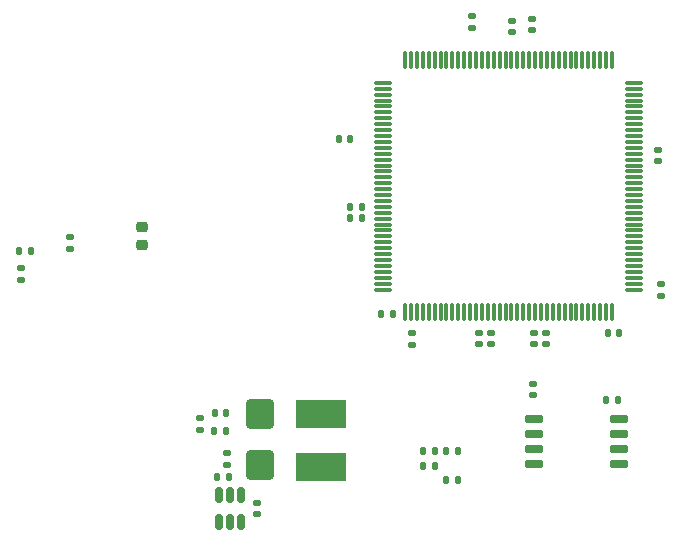
<source format=gbr>
%TF.GenerationSoftware,KiCad,Pcbnew,7.0.0*%
%TF.CreationDate,2023-03-27T16:14:08-06:00*%
%TF.ProjectId,FPGA_2,46504741-5f32-42e6-9b69-6361645f7063,rev?*%
%TF.SameCoordinates,Original*%
%TF.FileFunction,Paste,Bot*%
%TF.FilePolarity,Positive*%
%FSLAX46Y46*%
G04 Gerber Fmt 4.6, Leading zero omitted, Abs format (unit mm)*
G04 Created by KiCad (PCBNEW 7.0.0) date 2023-03-27 16:14:08*
%MOMM*%
%LPD*%
G01*
G04 APERTURE LIST*
G04 Aperture macros list*
%AMRoundRect*
0 Rectangle with rounded corners*
0 $1 Rounding radius*
0 $2 $3 $4 $5 $6 $7 $8 $9 X,Y pos of 4 corners*
0 Add a 4 corners polygon primitive as box body*
4,1,4,$2,$3,$4,$5,$6,$7,$8,$9,$2,$3,0*
0 Add four circle primitives for the rounded corners*
1,1,$1+$1,$2,$3*
1,1,$1+$1,$4,$5*
1,1,$1+$1,$6,$7*
1,1,$1+$1,$8,$9*
0 Add four rect primitives between the rounded corners*
20,1,$1+$1,$2,$3,$4,$5,0*
20,1,$1+$1,$4,$5,$6,$7,0*
20,1,$1+$1,$6,$7,$8,$9,0*
20,1,$1+$1,$8,$9,$2,$3,0*%
G04 Aperture macros list end*
%ADD10RoundRect,0.140000X0.140000X0.170000X-0.140000X0.170000X-0.140000X-0.170000X0.140000X-0.170000X0*%
%ADD11RoundRect,0.135000X0.135000X0.185000X-0.135000X0.185000X-0.135000X-0.185000X0.135000X-0.185000X0*%
%ADD12RoundRect,0.150000X0.150000X-0.512500X0.150000X0.512500X-0.150000X0.512500X-0.150000X-0.512500X0*%
%ADD13RoundRect,0.140000X-0.170000X0.140000X-0.170000X-0.140000X0.170000X-0.140000X0.170000X0.140000X0*%
%ADD14RoundRect,0.135000X-0.135000X-0.185000X0.135000X-0.185000X0.135000X0.185000X-0.135000X0.185000X0*%
%ADD15RoundRect,0.135000X0.185000X-0.135000X0.185000X0.135000X-0.185000X0.135000X-0.185000X-0.135000X0*%
%ADD16RoundRect,0.140000X-0.140000X-0.170000X0.140000X-0.170000X0.140000X0.170000X-0.140000X0.170000X0*%
%ADD17RoundRect,0.250000X0.900000X-1.000000X0.900000X1.000000X-0.900000X1.000000X-0.900000X-1.000000X0*%
%ADD18RoundRect,0.140000X0.170000X-0.140000X0.170000X0.140000X-0.170000X0.140000X-0.170000X-0.140000X0*%
%ADD19R,4.200000X2.400000*%
%ADD20RoundRect,0.225000X-0.250000X0.225000X-0.250000X-0.225000X0.250000X-0.225000X0.250000X0.225000X0*%
%ADD21RoundRect,0.075000X0.075000X-0.662500X0.075000X0.662500X-0.075000X0.662500X-0.075000X-0.662500X0*%
%ADD22RoundRect,0.075000X0.662500X-0.075000X0.662500X0.075000X-0.662500X0.075000X-0.662500X-0.075000X0*%
%ADD23RoundRect,0.150000X0.650000X0.150000X-0.650000X0.150000X-0.650000X-0.150000X0.650000X-0.150000X0*%
G04 APERTURE END LIST*
D10*
%TO.C,C111*%
X105655552Y-131950000D03*
X104695552Y-131950000D03*
%TD*%
%TO.C,C106*%
X83855552Y-121350000D03*
X82895552Y-121350000D03*
%TD*%
D11*
%TO.C,R111*%
X91985552Y-144450000D03*
X90965552Y-144450000D03*
%TD*%
D12*
%TO.C,U103*%
X73625552Y-148003572D03*
X72675552Y-148003572D03*
X71725552Y-148003572D03*
X71725552Y-145728572D03*
X72675552Y-145728572D03*
X73625552Y-145728572D03*
%TD*%
D13*
%TO.C,C109*%
X59175552Y-123870000D03*
X59175552Y-124830000D03*
%TD*%
D10*
%TO.C,C117*%
X72355552Y-138750000D03*
X71395552Y-138750000D03*
%TD*%
D14*
%TO.C,R108*%
X90965552Y-141950000D03*
X91985552Y-141950000D03*
%TD*%
D13*
%TO.C,C110*%
X109175552Y-127870000D03*
X109175552Y-128830000D03*
%TD*%
D14*
%TO.C,R109*%
X89065552Y-141950000D03*
X90085552Y-141950000D03*
%TD*%
D15*
%TO.C,R104*%
X88075552Y-132960000D03*
X88075552Y-131940000D03*
%TD*%
D16*
%TO.C,C107*%
X82895552Y-122250000D03*
X83855552Y-122250000D03*
%TD*%
D11*
%TO.C,R105*%
X105585552Y-137650000D03*
X104565552Y-137650000D03*
%TD*%
D14*
%TO.C,R101*%
X54865552Y-125050000D03*
X55885552Y-125050000D03*
%TD*%
D13*
%TO.C,C116*%
X98375552Y-136270000D03*
X98375552Y-137230000D03*
%TD*%
D15*
%TO.C,R102*%
X54975552Y-127460000D03*
X54975552Y-126440000D03*
%TD*%
D17*
%TO.C,D101*%
X75275552Y-143116072D03*
X75275552Y-138816072D03*
%TD*%
D11*
%TO.C,R110*%
X90085552Y-143250000D03*
X89065552Y-143250000D03*
%TD*%
D18*
%TO.C,C118*%
X72475552Y-143130000D03*
X72475552Y-142170000D03*
%TD*%
%TO.C,C102*%
X96575552Y-106530000D03*
X96575552Y-105570000D03*
%TD*%
D13*
%TO.C,C115*%
X94775552Y-131970000D03*
X94775552Y-132930000D03*
%TD*%
D19*
%TO.C,L101*%
X80375551Y-143299999D03*
X80375551Y-138799999D03*
%TD*%
D20*
%TO.C,C108*%
X65275552Y-122975000D03*
X65275552Y-124525000D03*
%TD*%
D10*
%TO.C,C104*%
X82855552Y-115550000D03*
X81895552Y-115550000D03*
%TD*%
D15*
%TO.C,R107*%
X70175552Y-140160000D03*
X70175552Y-139140000D03*
%TD*%
D18*
%TO.C,C105*%
X108975552Y-117430000D03*
X108975552Y-116470000D03*
%TD*%
D14*
%TO.C,R112*%
X71565552Y-144150000D03*
X72585552Y-144150000D03*
%TD*%
D13*
%TO.C,C103*%
X93175552Y-105170000D03*
X93175552Y-106130000D03*
%TD*%
D18*
%TO.C,C112*%
X98475552Y-132930000D03*
X98475552Y-131970000D03*
%TD*%
%TO.C,C101*%
X98275552Y-106330000D03*
X98275552Y-105370000D03*
%TD*%
D11*
%TO.C,R106*%
X72385552Y-140250000D03*
X71365552Y-140250000D03*
%TD*%
%TO.C,R103*%
X86485552Y-130350000D03*
X85465552Y-130350000D03*
%TD*%
D13*
%TO.C,C113*%
X99475552Y-131970000D03*
X99475552Y-132930000D03*
%TD*%
D21*
%TO.C,U101*%
X105025552Y-130212500D03*
X104525552Y-130212500D03*
X104025552Y-130212500D03*
X103525552Y-130212500D03*
X103025552Y-130212500D03*
X102525552Y-130212500D03*
X102025552Y-130212500D03*
X101525552Y-130212500D03*
X101025552Y-130212500D03*
X100525552Y-130212500D03*
X100025552Y-130212500D03*
X99525552Y-130212500D03*
X99025552Y-130212500D03*
X98525552Y-130212500D03*
X98025552Y-130212500D03*
X97525552Y-130212500D03*
X97025552Y-130212500D03*
X96525552Y-130212500D03*
X96025552Y-130212500D03*
X95525552Y-130212500D03*
X95025552Y-130212500D03*
X94525552Y-130212500D03*
X94025552Y-130212500D03*
X93525552Y-130212500D03*
X93025552Y-130212500D03*
X92525552Y-130212500D03*
X92025552Y-130212500D03*
X91525552Y-130212500D03*
X91025552Y-130212500D03*
X90525552Y-130212500D03*
X90025552Y-130212500D03*
X89525552Y-130212500D03*
X89025552Y-130212500D03*
X88525552Y-130212500D03*
X88025552Y-130212500D03*
X87525552Y-130212500D03*
D22*
X85613052Y-128300000D03*
X85613052Y-127800000D03*
X85613052Y-127300000D03*
X85613052Y-126800000D03*
X85613052Y-126300000D03*
X85613052Y-125800000D03*
X85613052Y-125300000D03*
X85613052Y-124800000D03*
X85613052Y-124300000D03*
X85613052Y-123800000D03*
X85613052Y-123300000D03*
X85613052Y-122800000D03*
X85613052Y-122300000D03*
X85613052Y-121800000D03*
X85613052Y-121300000D03*
X85613052Y-120800000D03*
X85613052Y-120300000D03*
X85613052Y-119800000D03*
X85613052Y-119300000D03*
X85613052Y-118800000D03*
X85613052Y-118300000D03*
X85613052Y-117800000D03*
X85613052Y-117300000D03*
X85613052Y-116800000D03*
X85613052Y-116300000D03*
X85613052Y-115800000D03*
X85613052Y-115300000D03*
X85613052Y-114800000D03*
X85613052Y-114300000D03*
X85613052Y-113800000D03*
X85613052Y-113300000D03*
X85613052Y-112800000D03*
X85613052Y-112300000D03*
X85613052Y-111800000D03*
X85613052Y-111300000D03*
X85613052Y-110800000D03*
D21*
X87525552Y-108887500D03*
X88025552Y-108887500D03*
X88525552Y-108887500D03*
X89025552Y-108887500D03*
X89525552Y-108887500D03*
X90025552Y-108887500D03*
X90525552Y-108887500D03*
X91025552Y-108887500D03*
X91525552Y-108887500D03*
X92025552Y-108887500D03*
X92525552Y-108887500D03*
X93025552Y-108887500D03*
X93525552Y-108887500D03*
X94025552Y-108887500D03*
X94525552Y-108887500D03*
X95025552Y-108887500D03*
X95525552Y-108887500D03*
X96025552Y-108887500D03*
X96525552Y-108887500D03*
X97025552Y-108887500D03*
X97525552Y-108887500D03*
X98025552Y-108887500D03*
X98525552Y-108887500D03*
X99025552Y-108887500D03*
X99525552Y-108887500D03*
X100025552Y-108887500D03*
X100525552Y-108887500D03*
X101025552Y-108887500D03*
X101525552Y-108887500D03*
X102025552Y-108887500D03*
X102525552Y-108887500D03*
X103025552Y-108887500D03*
X103525552Y-108887500D03*
X104025552Y-108887500D03*
X104525552Y-108887500D03*
X105025552Y-108887500D03*
D22*
X106938052Y-110800000D03*
X106938052Y-111300000D03*
X106938052Y-111800000D03*
X106938052Y-112300000D03*
X106938052Y-112800000D03*
X106938052Y-113300000D03*
X106938052Y-113800000D03*
X106938052Y-114300000D03*
X106938052Y-114800000D03*
X106938052Y-115300000D03*
X106938052Y-115800000D03*
X106938052Y-116300000D03*
X106938052Y-116800000D03*
X106938052Y-117300000D03*
X106938052Y-117800000D03*
X106938052Y-118300000D03*
X106938052Y-118800000D03*
X106938052Y-119300000D03*
X106938052Y-119800000D03*
X106938052Y-120300000D03*
X106938052Y-120800000D03*
X106938052Y-121300000D03*
X106938052Y-121800000D03*
X106938052Y-122300000D03*
X106938052Y-122800000D03*
X106938052Y-123300000D03*
X106938052Y-123800000D03*
X106938052Y-124300000D03*
X106938052Y-124800000D03*
X106938052Y-125300000D03*
X106938052Y-125800000D03*
X106938052Y-126300000D03*
X106938052Y-126800000D03*
X106938052Y-127300000D03*
X106938052Y-127800000D03*
X106938052Y-128300000D03*
%TD*%
D13*
%TO.C,C114*%
X93775552Y-131970000D03*
X93775552Y-132930000D03*
%TD*%
%TO.C,C119*%
X74975552Y-146386072D03*
X74975552Y-147346072D03*
%TD*%
D23*
%TO.C,U102*%
X105625552Y-139295000D03*
X105625552Y-140565000D03*
X105625552Y-141835000D03*
X105625552Y-143105000D03*
X98425552Y-143105000D03*
X98425552Y-141835000D03*
X98425552Y-140565000D03*
X98425552Y-139295000D03*
%TD*%
M02*

</source>
